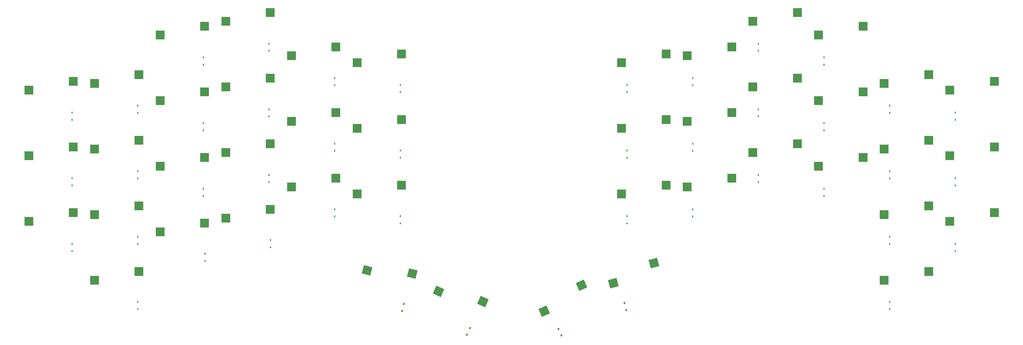
<source format=gbp>
%TF.GenerationSoftware,KiCad,Pcbnew,8.0.3*%
%TF.CreationDate,2025-01-04T16:23:02+09:00*%
%TF.ProjectId,manjaro_mx,6d616e6a-6172-46f5-9f6d-782e6b696361,rev?*%
%TF.SameCoordinates,Original*%
%TF.FileFunction,Paste,Bot*%
%TF.FilePolarity,Positive*%
%FSLAX46Y46*%
G04 Gerber Fmt 4.6, Leading zero omitted, Abs format (unit mm)*
G04 Created by KiCad (PCBNEW 8.0.3) date 2025-01-04 16:23:02*
%MOMM*%
%LPD*%
G01*
G04 APERTURE LIST*
G04 Aperture macros list*
%AMRotRect*
0 Rectangle, with rotation*
0 The origin of the aperture is its center*
0 $1 length*
0 $2 width*
0 $3 Rotation angle, in degrees counterclockwise*
0 Add horizontal line*
21,1,$1,$2,0,0,$3*%
G04 Aperture macros list end*
%ADD10R,0.450000X0.600000*%
%ADD11R,2.550000X2.500000*%
%ADD12RotRect,0.600000X0.450000X75.000000*%
%ADD13RotRect,2.550000X2.500000X24.000000*%
%ADD14RotRect,2.550000X2.500000X15.000000*%
%ADD15RotRect,0.600000X0.450000X66.000000*%
%ADD16RotRect,0.600000X0.450000X105.000000*%
%ADD17RotRect,0.600000X0.450000X114.000000*%
%ADD18RotRect,2.550000X2.500000X345.000000*%
%ADD19RotRect,2.550000X2.500000X336.000000*%
G04 APERTURE END LIST*
D10*
%TO.C,D7*%
X144750000Y-94100000D03*
X144750000Y-92000000D03*
%TD*%
D11*
%TO.C,rSW13*%
X208915000Y-104560000D03*
X221842000Y-102020000D03*
%TD*%
D10*
%TO.C,D9*%
X106650000Y-82100000D03*
X106650000Y-80000000D03*
%TD*%
D11*
%TO.C,rSW2*%
X227965000Y-64460000D03*
X240892000Y-61920000D03*
%TD*%
%TO.C,rSW5*%
X285115000Y-72460000D03*
X298042000Y-69920000D03*
%TD*%
D10*
%TO.C,D16*%
X87600000Y-105150000D03*
X87600000Y-103050000D03*
%TD*%
D11*
%TO.C,rSW14*%
X227965000Y-102560000D03*
X240892000Y-100020000D03*
%TD*%
D10*
%TO.C,rD1*%
X210500000Y-75050000D03*
X210500000Y-72950000D03*
%TD*%
D11*
%TO.C,rSW15*%
X247015000Y-92560000D03*
X259942000Y-90020000D03*
%TD*%
%TO.C,rSW21*%
X285115000Y-129610000D03*
X298042000Y-127070000D03*
%TD*%
D10*
%TO.C,rD3*%
X248600000Y-63050000D03*
X248600000Y-60950000D03*
%TD*%
%TO.C,D23*%
X68550000Y-138000000D03*
X68550000Y-135900000D03*
%TD*%
%TO.C,rD15*%
X248600000Y-101150000D03*
X248600000Y-99050000D03*
%TD*%
%TO.C,rD13*%
X210500000Y-113150000D03*
X210500000Y-111050000D03*
%TD*%
D11*
%TO.C,rSW8*%
X227965000Y-83510000D03*
X240892000Y-80970000D03*
%TD*%
D10*
%TO.C,D15*%
X106650000Y-101150000D03*
X106650000Y-99050000D03*
%TD*%
D11*
%TO.C,SW15*%
X94065000Y-92560000D03*
X106992000Y-90020000D03*
%TD*%
%TO.C,SW10*%
X75015000Y-77510000D03*
X87942000Y-74970000D03*
%TD*%
%TO.C,SW21*%
X94065000Y-111610000D03*
X106992000Y-109070000D03*
%TD*%
D10*
%TO.C,rD16*%
X267650000Y-105150000D03*
X267650000Y-103050000D03*
%TD*%
D11*
%TO.C,SW16*%
X75015000Y-96560000D03*
X87942000Y-94020000D03*
%TD*%
%TO.C,rSW4*%
X266065000Y-58460000D03*
X278992000Y-55920000D03*
%TD*%
D10*
%TO.C,D18*%
X49500000Y-121150000D03*
X49500000Y-119050000D03*
%TD*%
D12*
%TO.C,D20*%
X145228240Y-138514222D03*
X145771760Y-136485778D03*
%TD*%
D11*
%TO.C,SW22*%
X75015000Y-115610000D03*
X87942000Y-113070000D03*
%TD*%
D10*
%TO.C,D1*%
X144750000Y-75050000D03*
X144750000Y-72950000D03*
%TD*%
D11*
%TO.C,rSW18*%
X304165000Y-112560000D03*
X317092000Y-110020000D03*
%TD*%
D10*
%TO.C,rD11*%
X286700000Y-100100000D03*
X286700000Y-98000000D03*
%TD*%
D11*
%TO.C,rSW1*%
X208915000Y-66460000D03*
X221842000Y-63920000D03*
%TD*%
D10*
%TO.C,rD7*%
X210500000Y-94100000D03*
X210500000Y-92000000D03*
%TD*%
D11*
%TO.C,rSW10*%
X266065000Y-77510000D03*
X278992000Y-74970000D03*
%TD*%
D10*
%TO.C,rD8*%
X229550000Y-92100000D03*
X229550000Y-90000000D03*
%TD*%
%TO.C,D21*%
X107050000Y-120050000D03*
X107050000Y-117950000D03*
%TD*%
D11*
%TO.C,SW3*%
X94065000Y-54460000D03*
X106992000Y-51920000D03*
%TD*%
D10*
%TO.C,D22*%
X88050000Y-124050000D03*
X88050000Y-121950000D03*
%TD*%
%TO.C,D14*%
X125700000Y-111150000D03*
X125700000Y-109050000D03*
%TD*%
D11*
%TO.C,SW9*%
X94065000Y-73510000D03*
X106992000Y-70970000D03*
%TD*%
D10*
%TO.C,D13*%
X144750000Y-113150000D03*
X144750000Y-111050000D03*
%TD*%
D13*
%TO.C,rSW19*%
X186494419Y-138661324D03*
X197270710Y-131083034D03*
%TD*%
D11*
%TO.C,SW6*%
X36915000Y-74460000D03*
X49842000Y-71920000D03*
%TD*%
D14*
%TO.C,rSW20*%
X206499015Y-130480281D03*
X218328138Y-124681076D03*
%TD*%
D15*
%TO.C,D19*%
X164072927Y-145459223D03*
X164927073Y-143540777D03*
%TD*%
D10*
%TO.C,rD21*%
X286700000Y-138000000D03*
X286700000Y-135900000D03*
%TD*%
D11*
%TO.C,SW5*%
X55965000Y-72460000D03*
X68892000Y-69920000D03*
%TD*%
D10*
%TO.C,rD4*%
X267650000Y-67050000D03*
X267650000Y-64950000D03*
%TD*%
D11*
%TO.C,SW23*%
X55965000Y-129610000D03*
X68892000Y-127070000D03*
%TD*%
%TO.C,SW18*%
X36915000Y-112560000D03*
X49842000Y-110020000D03*
%TD*%
%TO.C,rSW12*%
X304165000Y-93510000D03*
X317092000Y-90970000D03*
%TD*%
%TO.C,SW12*%
X36915000Y-93510000D03*
X49842000Y-90970000D03*
%TD*%
D10*
%TO.C,D3*%
X106650000Y-63050000D03*
X106650000Y-60950000D03*
%TD*%
%TO.C,rD9*%
X248600000Y-82100000D03*
X248600000Y-80000000D03*
%TD*%
D11*
%TO.C,rSW6*%
X304165000Y-74460000D03*
X317092000Y-71920000D03*
%TD*%
%TO.C,SW8*%
X113115000Y-83510000D03*
X126042000Y-80970000D03*
%TD*%
%TO.C,rSW16*%
X266065000Y-96560000D03*
X278992000Y-94020000D03*
%TD*%
%TO.C,SW7*%
X132165000Y-85510000D03*
X145092000Y-82970000D03*
%TD*%
D10*
%TO.C,D10*%
X87600000Y-86100000D03*
X87600000Y-84000000D03*
%TD*%
D11*
%TO.C,SW11*%
X55965000Y-91510000D03*
X68892000Y-88970000D03*
%TD*%
D10*
%TO.C,rD14*%
X229550000Y-111150000D03*
X229550000Y-109050000D03*
%TD*%
%TO.C,rD5*%
X286700000Y-81050000D03*
X286700000Y-78950000D03*
%TD*%
D16*
%TO.C,rD20*%
X210285982Y-138285982D03*
X209742462Y-136257538D03*
%TD*%
D10*
%TO.C,rD6*%
X305750000Y-83050000D03*
X305750000Y-80950000D03*
%TD*%
D11*
%TO.C,SW14*%
X113115000Y-102560000D03*
X126042000Y-100020000D03*
%TD*%
D10*
%TO.C,D2*%
X125700000Y-73050000D03*
X125700000Y-70950000D03*
%TD*%
D11*
%TO.C,SW13*%
X132165000Y-104560000D03*
X145092000Y-102020000D03*
%TD*%
D10*
%TO.C,D17*%
X68550000Y-119150000D03*
X68550000Y-117050000D03*
%TD*%
%TO.C,D11*%
X68550000Y-100100000D03*
X68550000Y-98000000D03*
%TD*%
%TO.C,rD10*%
X267650000Y-86100000D03*
X267650000Y-84000000D03*
%TD*%
%TO.C,D4*%
X87600000Y-67050000D03*
X87600000Y-64950000D03*
%TD*%
D11*
%TO.C,rSW7*%
X208915000Y-85510000D03*
X221842000Y-82970000D03*
%TD*%
D10*
%TO.C,rD17*%
X286700000Y-119150000D03*
X286700000Y-117050000D03*
%TD*%
D11*
%TO.C,SW17*%
X55965000Y-110560000D03*
X68892000Y-108020000D03*
%TD*%
%TO.C,SW4*%
X75015000Y-58460000D03*
X87942000Y-55920000D03*
%TD*%
D10*
%TO.C,D5*%
X68550000Y-81050000D03*
X68550000Y-78950000D03*
%TD*%
D17*
%TO.C,rD19*%
X191467850Y-145687463D03*
X190613704Y-143769017D03*
%TD*%
D10*
%TO.C,D6*%
X49500000Y-83050000D03*
X49500000Y-80950000D03*
%TD*%
D11*
%TO.C,SW2*%
X113115000Y-64460000D03*
X126042000Y-61920000D03*
%TD*%
%TO.C,rSW3*%
X247015000Y-54460000D03*
X259942000Y-51920000D03*
%TD*%
D18*
%TO.C,SW20*%
X135063816Y-126812815D03*
X148207739Y-127705118D03*
%TD*%
D10*
%TO.C,rD2*%
X229550000Y-73050000D03*
X229550000Y-70950000D03*
%TD*%
D11*
%TO.C,rSW9*%
X247015000Y-73510000D03*
X259942000Y-70970000D03*
%TD*%
%TO.C,rSW17*%
X285115000Y-110560000D03*
X298042000Y-108020000D03*
%TD*%
D10*
%TO.C,rD18*%
X305750000Y-121150000D03*
X305750000Y-119050000D03*
%TD*%
%TO.C,D8*%
X125700000Y-92100000D03*
X125700000Y-90000000D03*
%TD*%
%TO.C,D12*%
X49500000Y-102100000D03*
X49500000Y-100000000D03*
%TD*%
%TO.C,rD12*%
X305750000Y-102100000D03*
X305750000Y-100000000D03*
%TD*%
D19*
%TO.C,SW19*%
X155810642Y-132897865D03*
X168653155Y-135835345D03*
%TD*%
D11*
%TO.C,SW1*%
X132165000Y-66460000D03*
X145092000Y-63920000D03*
%TD*%
%TO.C,rSW11*%
X285115000Y-91510000D03*
X298042000Y-88970000D03*
%TD*%
M02*

</source>
